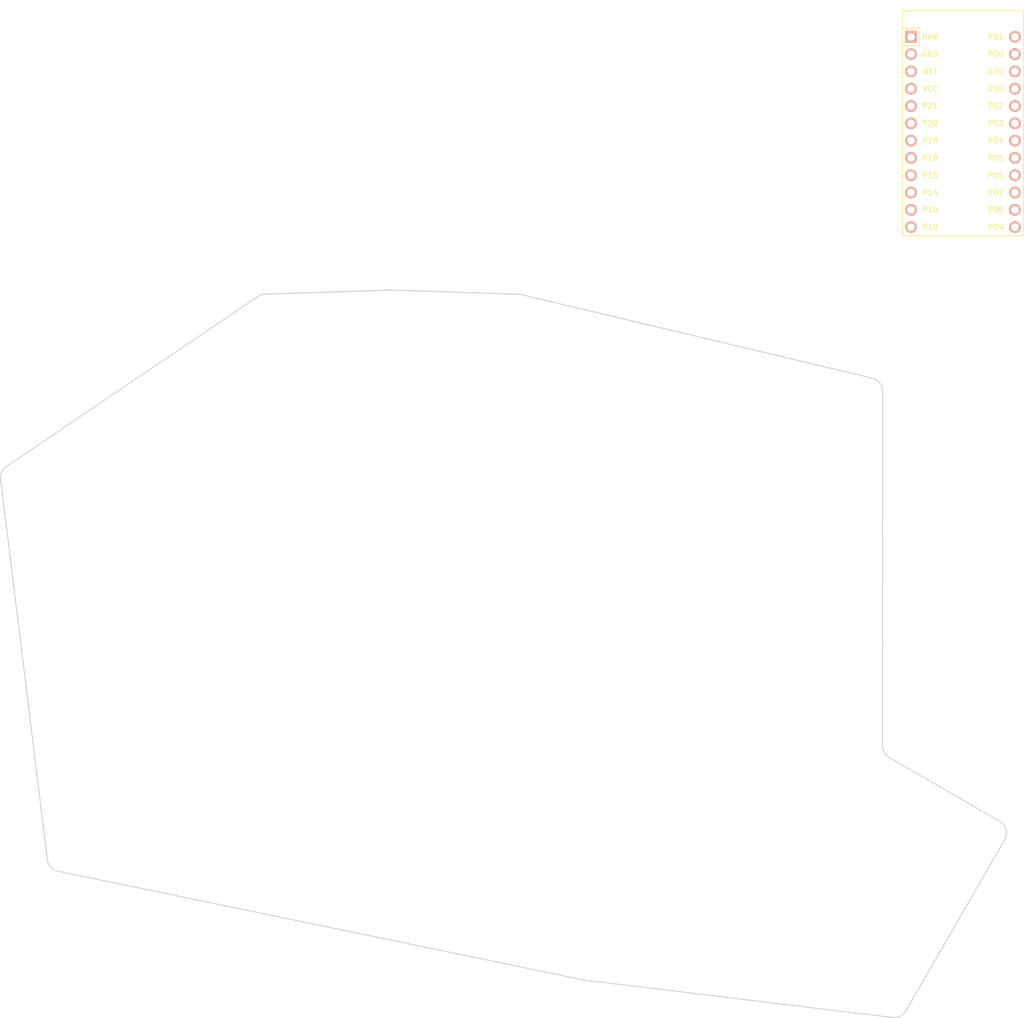
<source format=kicad_pcb>
(kicad_pcb (version 20171130) (host pcbnew 5.1.6)
  (title_block (title "flipper") (rev "v1.0.0") (company "Unknown"))
  (layers (0 F.Cu signal) (31 B.Cu signal) (34 B.Paste user) (35 F.Paste user) (36 B.SilkS user) (37 F.SilkS user) (38 B.Mask user) (39 F.Mask user) (44 Edge.Cuts user))
  (net 0 "")
  (net 1 "RAW")
  (net 2 "GND")
  (net 3 "RST")
  (net 4 "VCC")
  (net 5 "P21")
  (net 6 "P20")
  (net 7 "P19")
  (net 8 "P18")
  (net 9 "P15")
  (net 10 "P14")
  (net 11 "P16")
  (net 12 "P10")
  (net 13 "P1")
  (net 14 "P0")
  (net 15 "P2")
  (net 16 "P3")
  (net 17 "P4")
  (net 18 "P5")
  (net 19 "P6")
  (net 20 "P7")
  (net 21 "P8")
  (net 22 "P9")
  (module ProMicro (layer F.Cu) (at 231.8374943 -7.991723899999997 -90)
    (fp_text reference "MCU1" hide)
    (fp_text value "" hide)
    (fp_line (start -17.78 8.89) (end 15.24 8.89) (layer F.SilkS) (width 0.15))
    (fp_line (start 15.24 8.89) (end 15.24 -8.89) (layer F.SilkS) (width 0.15))
    (fp_line (start 15.24 -8.89) (end -17.78 -8.89) (layer F.SilkS) (width 0.15))
    (fp_line (start -17.78 -8.89) (end -17.78 8.89) (layer F.SilkS) (width 0.15))
    (fp_line (start -15.24 6.35) (end -12.7 6.35) (layer F.SilkS) (width 0.15))
    (fp_line (start -15.24 6.35) (end -15.24 8.89) (layer F.SilkS) (width 0.15))
    (fp_line (start -12.7 6.35) (end -12.7 8.89) (layer F.SilkS) (width 0.15))
    (fp_text user RAW (at -13.97 4.8 0) (layer F.SilkS) (effects (font (size 0.8 0.8))))
    (fp_text user GND (at -11.43 4.8 0) (layer F.SilkS) (effects (font (size 0.8 0.8))))
    (fp_text user RST (at -8.89 4.8 0) (layer F.SilkS) (effects (font (size 0.8 0.8))))
    (fp_text user VCC (at -6.35 4.8 0) (layer F.SilkS) (effects (font (size 0.8 0.8))))
    (fp_text user P21 (at -3.81 4.8 0) (layer F.SilkS) (effects (font (size 0.8 0.8))))
    (fp_text user P20 (at -1.27 4.8 0) (layer F.SilkS) (effects (font (size 0.8 0.8))))
    (fp_text user P19 (at 1.27 4.8 0) (layer F.SilkS) (effects (font (size 0.8 0.8))))
    (fp_text user P18 (at 3.81 4.8 0) (layer F.SilkS) (effects (font (size 0.8 0.8))))
    (fp_text user P15 (at 6.35 4.8 0) (layer F.SilkS) (effects (font (size 0.8 0.8))))
    (fp_text user P14 (at 8.89 4.8 0) (layer F.SilkS) (effects (font (size 0.8 0.8))))
    (fp_text user P16 (at 11.43 4.8 0) (layer F.SilkS) (effects (font (size 0.8 0.8))))
    (fp_text user P10 (at 13.97 4.8 0) (layer F.SilkS) (effects (font (size 0.8 0.8))))
    (fp_text user P01 (at -13.97 -4.8 0) (layer F.SilkS) (effects (font (size 0.8 0.8))))
    (fp_text user P00 (at -11.43 -4.8 0) (layer F.SilkS) (effects (font (size 0.8 0.8))))
    (fp_text user GND (at -8.89 -4.8 0) (layer F.SilkS) (effects (font (size 0.8 0.8))))
    (fp_text user GND (at -6.35 -4.8 0) (layer F.SilkS) (effects (font (size 0.8 0.8))))
    (fp_text user P02 (at -3.81 -4.8 0) (layer F.SilkS) (effects (font (size 0.8 0.8))))
    (fp_text user P03 (at -1.27 -4.8 0) (layer F.SilkS) (effects (font (size 0.8 0.8))))
    (fp_text user P04 (at 1.27 -4.8 0) (layer F.SilkS) (effects (font (size 0.8 0.8))))
    (fp_text user P05 (at 3.81 -4.8 0) (layer F.SilkS) (effects (font (size 0.8 0.8))))
    (fp_text user P06 (at 6.35 -4.8 0) (layer F.SilkS) (effects (font (size 0.8 0.8))))
    (fp_text user P07 (at 8.89 -4.8 0) (layer F.SilkS) (effects (font (size 0.8 0.8))))
    (fp_text user P08 (at 11.43 -4.8 0) (layer F.SilkS) (effects (font (size 0.8 0.8))))
    (fp_text user P09 (at 13.97 -4.8 0) (layer F.SilkS) (effects (font (size 0.8 0.8))))
    (pad 1 thru_hole rect (at -13.97 7.62 -90) (size 1.7526 1.7526) (drill 1.0922) (layers *.Cu *.SilkS *.Mask) (net 1 "RAW"))
    (pad 2 thru_hole circle (at -11.43 7.62 0) (size 1.7526 1.7526) (drill 1.0922) (layers *.Cu *.SilkS *.Mask) (net 2 "GND"))
    (pad 3 thru_hole circle (at -8.89 7.62 0) (size 1.7526 1.7526) (drill 1.0922) (layers *.Cu *.SilkS *.Mask) (net 3 "RST"))
    (pad 4 thru_hole circle (at -6.35 7.62 0) (size 1.7526 1.7526) (drill 1.0922) (layers *.Cu *.SilkS *.Mask) (net 4 "VCC"))
    (pad 5 thru_hole circle (at -3.81 7.62 0) (size 1.7526 1.7526) (drill 1.0922) (layers *.Cu *.SilkS *.Mask) (net 5 "P21"))
    (pad 6 thru_hole circle (at -1.27 7.62 0) (size 1.7526 1.7526) (drill 1.0922) (layers *.Cu *.SilkS *.Mask) (net 6 "P20"))
    (pad 7 thru_hole circle (at 1.27 7.62 0) (size 1.7526 1.7526) (drill 1.0922) (layers *.Cu *.SilkS *.Mask) (net 7 "P19"))
    (pad 8 thru_hole circle (at 3.81 7.62 0) (size 1.7526 1.7526) (drill 1.0922) (layers *.Cu *.SilkS *.Mask) (net 8 "P18"))
    (pad 9 thru_hole circle (at 6.35 7.62 0) (size 1.7526 1.7526) (drill 1.0922) (layers *.Cu *.SilkS *.Mask) (net 9 "P15"))
    (pad 10 thru_hole circle (at 8.89 7.62 0) (size 1.7526 1.7526) (drill 1.0922) (layers *.Cu *.SilkS *.Mask) (net 10 "P14"))
    (pad 11 thru_hole circle (at 11.43 7.62 0) (size 1.7526 1.7526) (drill 1.0922) (layers *.Cu *.SilkS *.Mask) (net 11 "P16"))
    (pad 12 thru_hole circle (at 13.97 7.62 0) (size 1.7526 1.7526) (drill 1.0922) (layers *.Cu *.SilkS *.Mask) (net 12 "P10"))
    (pad 13 thru_hole circle (at -13.97 -7.62 0) (size 1.7526 1.7526) (drill 1.0922) (layers *.Cu *.SilkS *.Mask) (net 13 "P1"))
    (pad 14 thru_hole circle (at -11.43 -7.62 0) (size 1.7526 1.7526) (drill 1.0922) (layers *.Cu *.SilkS *.Mask) (net 14 "P0"))
    (pad 15 thru_hole circle (at -8.89 -7.62 0) (size 1.7526 1.7526) (drill 1.0922) (layers *.Cu *.SilkS *.Mask) (net 2 "GND"))
    (pad 16 thru_hole circle (at -6.35 -7.62 0) (size 1.7526 1.7526) (drill 1.0922) (layers *.Cu *.SilkS *.Mask) (net 2 "GND"))
    (pad 17 thru_hole circle (at -3.81 -7.62 0) (size 1.7526 1.7526) (drill 1.0922) (layers *.Cu *.SilkS *.Mask) (net 15 "P2"))
    (pad 18 thru_hole circle (at -1.27 -7.62 0) (size 1.7526 1.7526) (drill 1.0922) (layers *.Cu *.SilkS *.Mask) (net 16 "P3"))
    (pad 19 thru_hole circle (at 1.27 -7.62 0) (size 1.7526 1.7526) (drill 1.0922) (layers *.Cu *.SilkS *.Mask) (net 17 "P4"))
    (pad 20 thru_hole circle (at 3.81 -7.62 0) (size 1.7526 1.7526) (drill 1.0922) (layers *.Cu *.SilkS *.Mask) (net 18 "P5"))
    (pad 21 thru_hole circle (at 6.35 -7.62 0) (size 1.7526 1.7526) (drill 1.0922) (layers *.Cu *.SilkS *.Mask) (net 19 "P6"))
    (pad 22 thru_hole circle (at 8.89 -7.62 0) (size 1.7526 1.7526) (drill 1.0922) (layers *.Cu *.SilkS *.Mask) (net 20 "P7"))
    (pad 23 thru_hole circle (at 11.43 -7.62 0) (size 1.7526 1.7526) (drill 1.0922) (layers *.Cu *.SilkS *.Mask) (net 21 "P8"))
    (pad 24 thru_hole circle (at 13.97 -7.62 0) (size 1.7526 1.7526) (drill 1.0922) (layers *.Cu *.SilkS *.Mask) (net 22 "P9"))
  )
  (footprint "ceoloide:mounting_hole_npth" (layer "F.Cu") (at 104.8254222 49.5946657 7)
    (property "Reference" "MH1" hide)
    (pad "" np_thru_hole circle (at 0 0 7) (size 2.2 2.2) (drill 2.2) (layers "*.Cu" "*.Mask"))
  )
  (gr_line (start 97.47007737194299 98.82346008377056) (end 90.61597277938931 43.001257556624864) (angle 90) (layer Edge.Cuts) (width 0.15))
  (gr_line (start 91.4807993243455 41.100713413637244) (end 128.3599735156217 16.164489801371786) (angle 90) (layer Edge.Cuts) (width 0.15))
  (gr_line (start 129.41360968413585 15.82240555164061) (end 147.77086469953832 15.21049708655347) (angle 90) (layer Edge.Cuts) (width 0.15))
  (gr_line (start 147.90412389976026 15.21049708655347) (end 166.63651000846656 15.834909927266231) (angle 90) (layer Edge.Cuts) (width 0.15))
  (gr_line (start 167.03312141372035 15.888187308063678) (end 218.50047168310576 28.142318333797647) (angle 90) (layer Edge.Cuts) (width 0.15))
  (gr_line (start 220.03723067772427 30.088264556601644) (end 220.02854899979377 82.12085882341489) (angle 90) (layer Edge.Cuts) (width 0.15))
  (gr_line (start 221.02854899967804 83.85324342356719) (end 237.21896060230895 93.20078190714622) (angle 90) (layer Edge.Cuts) (width 0.15))
  (gr_line (start 237.95101140230898 95.93283270714625) (end 223.46178118378072 121.02891566002216) (angle 90) (layer Edge.Cuts) (width 0.15))
  (gr_line (start 221.48907399427821 122.0143839734155) (end 176.42049211574948 116.55166947627548) (angle 90) (layer Edge.Cuts) (width 0.15))
  (gr_line (start 176.2556253011407 116.52465738273719) (end 99.04964648141308 100.53817771423644) (angle 90) (layer Edge.Cuts) (width 0.15))
  (gr_arc (start 92.60106509297063 42.75751896723568) (end 91.48079929297063 41.100713467235686) (angle -62.93500928669128) (layer Edge.Cuts) (width 0.15))
  (gr_arc (start 129.48023928424684 17.821295354970232) (end 129.41360968424684 15.822405554970231) (angle -32.155837192169486) (layer Edge.Cuts) (width 0.15))
  (gr_arc (start 147.83749429964928 17.209386889883106) (end 147.90412389964928 15.210497089883106) (angle -3.8183014301532836) (layer Edge.Cuts) (width 0.15))
  (gr_arc (start 166.56988040835554 17.833799730595864) (end 167.03312140835556 15.888187330595864) (angle -11.483345711585372) (layer Edge.Cuts) (width 0.15))
  (gr_arc (start 218.03723067774095 30.08793075632984) (end 220.03723067774095 30.08826455632984) (angle -76.6170662466354) (layer Edge.Cuts) (width 0.15))
  (gr_arc (start 222.02854899977714 82.12119262339547) (end 220.02854899977714 82.12085882339547) (angle -60.00956255654046) (layer Edge.Cuts) (width 0.15))
  (gr_arc (start 236.21896060230898 94.93283270714623) (end 237.95101140230898 95.93283270714623) (angle -90.0000000000012) (layer Edge.Cuts) (width 0.15))
  (gr_arc (start 221.72973038378066 120.02891566002228) (end 221.48907398378066 122.01438396002227) (angle -66.91104396218634) (layer Edge.Cuts) (width 0.15))
  (gr_arc (start 176.66114850525193 114.56620116288218) (end 176.25562530525193 116.52465746288217) (angle -4.7874528262640865) (layer Edge.Cuts) (width 0.15))
  (gr_arc (start 99.4551696855243 98.57972149438146) (end 97.47007738552429 98.82346009438146) (angle -71.3015059092019) (layer Edge.Cuts) (width 0.15))
)
</source>
